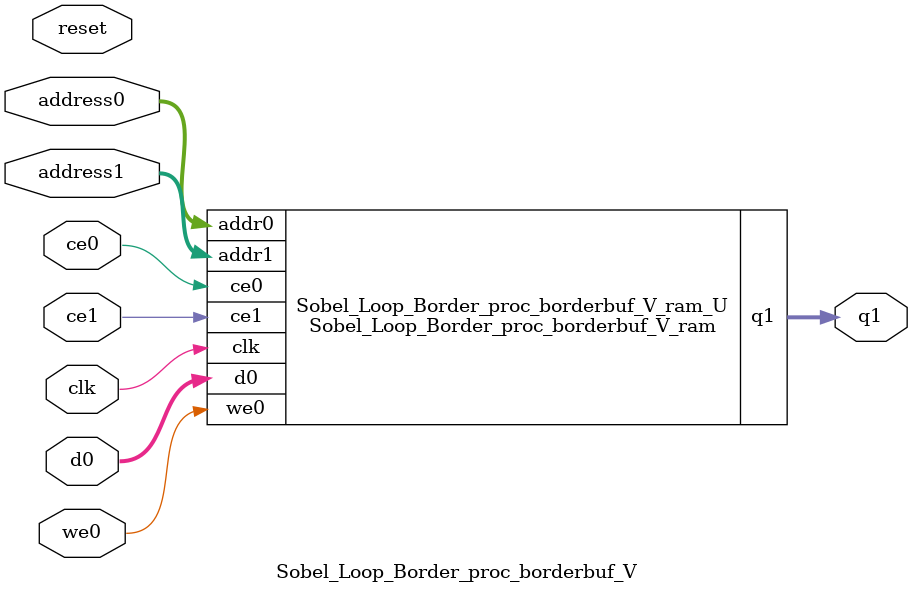
<source format=v>
`timescale 1 ns / 1 ps
module Sobel_Loop_Border_proc_borderbuf_V_ram (addr0, ce0, d0, we0, addr1, ce1, q1,  clk);

parameter DWIDTH = 8;
parameter AWIDTH = 11;
parameter MEM_SIZE = 1918;

input[AWIDTH-1:0] addr0;
input ce0;
input[DWIDTH-1:0] d0;
input we0;
input[AWIDTH-1:0] addr1;
input ce1;
output reg[DWIDTH-1:0] q1;
input clk;

reg [DWIDTH-1:0] ram[0:MEM_SIZE-1];




always @(posedge clk)  
begin 
    if (ce0) begin
        if (we0) 
            ram[addr0] <= d0; 
    end
end


always @(posedge clk)  
begin 
    if (ce1) begin
        q1 <= ram[addr1];
    end
end


endmodule

`timescale 1 ns / 1 ps
module Sobel_Loop_Border_proc_borderbuf_V(
    reset,
    clk,
    address0,
    ce0,
    we0,
    d0,
    address1,
    ce1,
    q1);

parameter DataWidth = 32'd8;
parameter AddressRange = 32'd1918;
parameter AddressWidth = 32'd11;
input reset;
input clk;
input[AddressWidth - 1:0] address0;
input ce0;
input we0;
input[DataWidth - 1:0] d0;
input[AddressWidth - 1:0] address1;
input ce1;
output[DataWidth - 1:0] q1;



Sobel_Loop_Border_proc_borderbuf_V_ram Sobel_Loop_Border_proc_borderbuf_V_ram_U(
    .clk( clk ),
    .addr0( address0 ),
    .ce0( ce0 ),
    .we0( we0 ),
    .d0( d0 ),
    .addr1( address1 ),
    .ce1( ce1 ),
    .q1( q1 ));

endmodule


</source>
